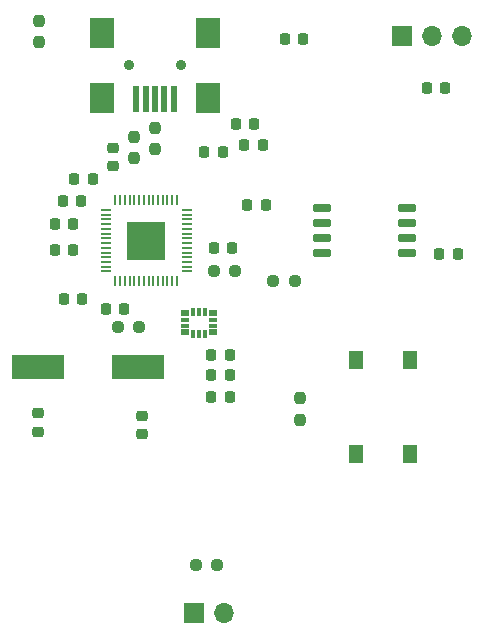
<source format=gbr>
%TF.GenerationSoftware,KiCad,Pcbnew,(7.0.0)*%
%TF.CreationDate,2023-03-11T18:24:33-08:00*%
%TF.ProjectId,pyBoard,7079426f-6172-4642-9e6b-696361645f70,rev?*%
%TF.SameCoordinates,Original*%
%TF.FileFunction,Soldermask,Bot*%
%TF.FilePolarity,Negative*%
%FSLAX46Y46*%
G04 Gerber Fmt 4.6, Leading zero omitted, Abs format (unit mm)*
G04 Created by KiCad (PCBNEW (7.0.0)) date 2023-03-11 18:24:33*
%MOMM*%
%LPD*%
G01*
G04 APERTURE LIST*
G04 Aperture macros list*
%AMRoundRect*
0 Rectangle with rounded corners*
0 $1 Rounding radius*
0 $2 $3 $4 $5 $6 $7 $8 $9 X,Y pos of 4 corners*
0 Add a 4 corners polygon primitive as box body*
4,1,4,$2,$3,$4,$5,$6,$7,$8,$9,$2,$3,0*
0 Add four circle primitives for the rounded corners*
1,1,$1+$1,$2,$3*
1,1,$1+$1,$4,$5*
1,1,$1+$1,$6,$7*
1,1,$1+$1,$8,$9*
0 Add four rect primitives between the rounded corners*
20,1,$1+$1,$2,$3,$4,$5,0*
20,1,$1+$1,$4,$5,$6,$7,0*
20,1,$1+$1,$6,$7,$8,$9,0*
20,1,$1+$1,$8,$9,$2,$3,0*%
G04 Aperture macros list end*
%ADD10R,1.700000X1.700000*%
%ADD11O,1.700000X1.700000*%
%ADD12RoundRect,0.050000X0.387500X0.050000X-0.387500X0.050000X-0.387500X-0.050000X0.387500X-0.050000X0*%
%ADD13RoundRect,0.050000X0.050000X0.387500X-0.050000X0.387500X-0.050000X-0.387500X0.050000X-0.387500X0*%
%ADD14R,3.200000X3.200000*%
%ADD15RoundRect,0.225000X0.225000X0.250000X-0.225000X0.250000X-0.225000X-0.250000X0.225000X-0.250000X0*%
%ADD16RoundRect,0.225000X-0.225000X-0.250000X0.225000X-0.250000X0.225000X0.250000X-0.225000X0.250000X0*%
%ADD17RoundRect,0.225000X0.250000X-0.225000X0.250000X0.225000X-0.250000X0.225000X-0.250000X-0.225000X0*%
%ADD18RoundRect,0.237500X0.250000X0.237500X-0.250000X0.237500X-0.250000X-0.237500X0.250000X-0.237500X0*%
%ADD19RoundRect,0.237500X-0.237500X0.250000X-0.237500X-0.250000X0.237500X-0.250000X0.237500X0.250000X0*%
%ADD20RoundRect,0.237500X-0.250000X-0.237500X0.250000X-0.237500X0.250000X0.237500X-0.250000X0.237500X0*%
%ADD21R,4.500000X2.000000*%
%ADD22R,1.300000X1.550000*%
%ADD23R,0.650000X0.500000*%
%ADD24R,0.750000X0.400000*%
%ADD25R,0.400000X0.750000*%
%ADD26C,0.900000*%
%ADD27R,0.500000X2.300000*%
%ADD28R,2.000000X2.500000*%
%ADD29RoundRect,0.237500X0.237500X-0.250000X0.237500X0.250000X-0.237500X0.250000X-0.237500X-0.250000X0*%
%ADD30RoundRect,0.150000X-0.650000X-0.150000X0.650000X-0.150000X0.650000X0.150000X-0.650000X0.150000X0*%
G04 APERTURE END LIST*
D10*
%TO.C,J2*%
X138809999Y-117249999D03*
D11*
X141349999Y-117249999D03*
%TD*%
D12*
%TO.C,U1*%
X138172500Y-83150000D03*
X138172500Y-83550000D03*
X138172500Y-83950000D03*
X138172500Y-84350000D03*
X138172500Y-84750000D03*
X138172500Y-85150000D03*
X138172500Y-85550000D03*
X138172500Y-85950000D03*
X138172500Y-86350000D03*
X138172500Y-86750000D03*
X138172500Y-87150000D03*
X138172500Y-87550000D03*
X138172500Y-87950000D03*
X138172500Y-88350000D03*
D13*
X137335000Y-89187500D03*
X136935000Y-89187500D03*
X136535000Y-89187500D03*
X136135000Y-89187500D03*
X135735000Y-89187500D03*
X135335000Y-89187500D03*
X134935000Y-89187500D03*
X134535000Y-89187500D03*
X134135000Y-89187500D03*
X133735000Y-89187500D03*
X133335000Y-89187500D03*
X132935000Y-89187500D03*
X132535000Y-89187500D03*
X132135000Y-89187500D03*
D12*
X131297500Y-88350000D03*
X131297500Y-87950000D03*
X131297500Y-87550000D03*
X131297500Y-87150000D03*
X131297500Y-86750000D03*
X131297500Y-86350000D03*
X131297500Y-85950000D03*
X131297500Y-85550000D03*
X131297500Y-85150000D03*
X131297500Y-84750000D03*
X131297500Y-84350000D03*
X131297500Y-83950000D03*
X131297500Y-83550000D03*
X131297500Y-83150000D03*
D13*
X132135000Y-82312500D03*
X132535000Y-82312500D03*
X132935000Y-82312500D03*
X133335000Y-82312500D03*
X133735000Y-82312500D03*
X134135000Y-82312500D03*
X134535000Y-82312500D03*
X134935000Y-82312500D03*
X135335000Y-82312500D03*
X135735000Y-82312500D03*
X136135000Y-82312500D03*
X136535000Y-82312500D03*
X136935000Y-82312500D03*
X137335000Y-82312500D03*
D14*
X134734999Y-85749999D03*
%TD*%
D15*
%TO.C,C55*%
X129310000Y-90700000D03*
X127760000Y-90700000D03*
%TD*%
D16*
%TO.C,C54*%
X139660000Y-78250000D03*
X141210000Y-78250000D03*
%TD*%
D15*
%TO.C,C53*%
X130210000Y-80500000D03*
X128660000Y-80500000D03*
%TD*%
D16*
%TO.C,C52*%
X144610000Y-77650000D03*
X143060000Y-77650000D03*
%TD*%
%TO.C,C51*%
X142310000Y-75850000D03*
X143860000Y-75850000D03*
%TD*%
%TO.C,C50*%
X143310000Y-82750000D03*
X144860000Y-82750000D03*
%TD*%
%TO.C,C49*%
X140460000Y-86350000D03*
X142010000Y-86350000D03*
%TD*%
%TO.C,C48*%
X131325000Y-91500000D03*
X132875000Y-91500000D03*
%TD*%
D15*
%TO.C,C47*%
X128560000Y-86550000D03*
X127010000Y-86550000D03*
%TD*%
%TO.C,C46*%
X128560000Y-84350000D03*
X127010000Y-84350000D03*
%TD*%
%TO.C,C45*%
X129210000Y-82400000D03*
X127660000Y-82400000D03*
%TD*%
D16*
%TO.C,C44*%
X140260000Y-99000000D03*
X141810000Y-99000000D03*
%TD*%
D15*
%TO.C,C2*%
X148010000Y-68700000D03*
X146460000Y-68700000D03*
%TD*%
D17*
%TO.C,C4*%
X134385000Y-102125000D03*
X134385000Y-100575000D03*
%TD*%
D16*
%TO.C,C3*%
X159560000Y-86900000D03*
X161110000Y-86900000D03*
%TD*%
%TO.C,C6*%
X140260000Y-97150000D03*
X141810000Y-97150000D03*
%TD*%
D10*
%TO.C,PWR2*%
X156384999Y-68399999D03*
D11*
X158924999Y-68399999D03*
X161464999Y-68399999D03*
%TD*%
D18*
%TO.C,R1*%
X140747500Y-113200000D03*
X138922500Y-113200000D03*
%TD*%
D19*
%TO.C,R9*%
X147750000Y-99087500D03*
X147750000Y-100912500D03*
%TD*%
D20*
%TO.C,R8*%
X140472500Y-88350000D03*
X142297500Y-88350000D03*
%TD*%
D15*
%TO.C,C1*%
X160060000Y-72800000D03*
X158510000Y-72800000D03*
%TD*%
D19*
%TO.C,R7*%
X125700000Y-67137500D03*
X125700000Y-68962500D03*
%TD*%
D18*
%TO.C,R5*%
X147297500Y-89150000D03*
X145472500Y-89150000D03*
%TD*%
D16*
%TO.C,C43*%
X140260000Y-95400000D03*
X141810000Y-95400000D03*
%TD*%
D17*
%TO.C,C5*%
X125585000Y-101925000D03*
X125585000Y-100375000D03*
%TD*%
D21*
%TO.C,Y1*%
X134084999Y-96449999D03*
X125584999Y-96449999D03*
%TD*%
D22*
%TO.C,SW1*%
X157034999Y-103774999D03*
X157034999Y-95824999D03*
X152534999Y-103774999D03*
X152534999Y-95824999D03*
%TD*%
D23*
%TO.C,U3*%
X140409999Y-91899999D03*
D24*
X140409999Y-92449999D03*
X140409999Y-92949999D03*
D23*
X140409999Y-93499999D03*
D25*
X139734999Y-93624999D03*
X139234999Y-93624999D03*
X138734999Y-93624999D03*
D23*
X138059999Y-93499999D03*
D24*
X138059999Y-92949999D03*
X138059999Y-92449999D03*
D23*
X138059999Y-91899999D03*
D25*
X138734999Y-91774999D03*
X139234999Y-91774999D03*
X139734999Y-91774999D03*
%TD*%
D20*
%TO.C,R4*%
X132322500Y-93050000D03*
X134147500Y-93050000D03*
%TD*%
D19*
%TO.C,R2*%
X135485000Y-76187500D03*
X135485000Y-78012500D03*
%TD*%
D26*
%TO.C,J1*%
X137685000Y-70900000D03*
X133285000Y-70900000D03*
D27*
X133884999Y-73749999D03*
X134684999Y-73749999D03*
X135484999Y-73749999D03*
X136284999Y-73749999D03*
X137084999Y-73749999D03*
D28*
X139934999Y-68149999D03*
X131034999Y-68149999D03*
X139934999Y-73649999D03*
X131034999Y-73649999D03*
%TD*%
D29*
%TO.C,R3*%
X133685000Y-78762500D03*
X133685000Y-76937500D03*
%TD*%
D30*
%TO.C,U2*%
X149585000Y-86755000D03*
X149585000Y-85485000D03*
X149585000Y-84215000D03*
X149585000Y-82945000D03*
X156785000Y-82945000D03*
X156785000Y-84215000D03*
X156785000Y-85485000D03*
X156785000Y-86755000D03*
%TD*%
D17*
%TO.C,C56*%
X131885000Y-79425000D03*
X131885000Y-77875000D03*
%TD*%
M02*

</source>
